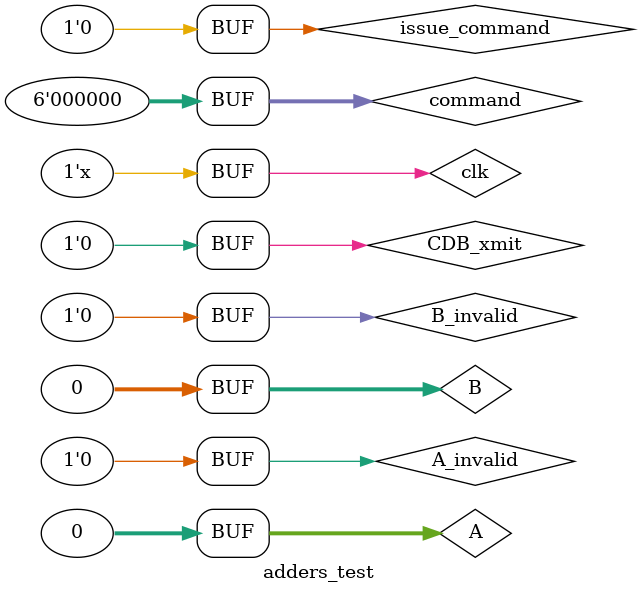
<source format=v>
module adders_test;
    
    parameter clock_period = 10;
    
    // operation codes used by alu
    parameter alu_add = 3'b000;
    parameter alu_sub = 3'b001;
    parameter alu_or  = 3'b100; 
    parameter alu_and = 3'b101;
    parameter alu_not = 3'b110;
    parameter alu_xor = 3'b111;
    
    // inputs
    reg clk;
    reg issue_command;
    reg [5:0] command;
    reg signed [31:0] A,B;
    reg A_invalid, B_invalid;
    reg CDB_xmit;
    // i/o used just as output
    wire signed [31:0] data_out;
    wire [5:0] data_from_rs_num;
    wire data_valid;
    // outputs
    wire CDB_rts;
    wire available;
    wire [5:0] issued_to_rs_num, RS_available;
    wire [5:0] RS_executing;
    wire error;
    
    
    initial 
    begin
        clk <= 0;
        issue_command <= 0;
        command <= 0;
        A<=0;
        B<=0;
        A_invalid<=0;
        B_invalid<=0;
        CDB_xmit<=0;
        
        #clock_period clk=~clk;
        #clock_period clk=~clk;
        
        issue_command <= 1;
        command <= alu_add;
        A<=5;
        B<=5;
        A_invalid<=0;
        B_invalid<=0;
        CDB_xmit<=0;
        
        #clock_period clk=~clk;
        #clock_period clk=~clk;
        
        issue_command <= 1;
        command <= alu_sub;
        A<=3;
        B<=13;
        A_invalid<=1;
        B_invalid<=0;
        CDB_xmit<=0;
        
        #clock_period clk=~clk;
        #clock_period clk=~clk;
        
        issue_command <= 1;
        command <= alu_and;
        A<=15;
        B<=60;
        A_invalid<=0;
        B_invalid<=0;
        CDB_xmit<=0;
        
        #clock_period clk=~clk;
        #clock_period clk=~clk;
        
        issue_command <= 1;
        command <= alu_add;
        A<=25;
        B<=35;
        A_invalid<=0;
        B_invalid<=0;
        CDB_xmit<=0;
        
        #clock_period clk=~clk;
        #clock_period clk=~clk;
        
        issue_command <= 0;
        command <= 0;
        A<=0;
        B<=0;
        A_invalid<=0;
        B_invalid<=0;
        CDB_xmit<=0;
        #clock_period clk=~clk;
        
        #clock_period clk=~clk;
        #clock_period clk=~clk;
        
        #clock_period clk=~clk;
        #clock_period clk=~clk;
        
        #clock_period clk=~clk;
        #clock_period clk=~clk;
        
        CDB_xmit<=1;
        
        #clock_period clk=~clk;
        #clock_period clk=~clk;
        
        CDB_xmit<=0;
        
        #clock_period clk=~clk;
        #clock_period clk=~clk;
        
        #clock_period clk=~clk;
        #clock_period clk=~clk;
        
        #clock_period clk=~clk;
        #clock_period clk=~clk;
        
        CDB_xmit<=1;
        
        #clock_period clk=~clk;
        #clock_period clk=~clk;
        
        CDB_xmit<=0;
        
        #clock_period clk=~clk;
        #clock_period clk=~clk;
        
        #clock_period clk=~clk;
        #clock_period clk=~clk;
        
        #clock_period clk=~clk;
        #clock_period clk=~clk;
        
        CDB_xmit<=1;
        
        #clock_period clk=~clk;
        #clock_period clk=~clk;
        
        CDB_xmit<=0;
        
        #clock_period clk=~clk;
        #clock_period clk=~clk;
        
    end
    
    adders my_adders(
   .clock(clk),
   .issue(issue_command),
   .A(A), 
   .B(B),
   .A_invalid(A_invalid),
   .B_invalid(B_invalid),
   .opcode(command),
   .CDB_xmit(CDB_xmit),
   .CDB_data(data_out),
   .CDB_source(data_from_rs_num),
   .CDB_write(data_valid),
   .CDB_rts(CDB_rts),
   .available(available),
   .RS_available(RS_available),
   .issued(issued_to_rs_num),
   .RS_executing(RS_executing),
   .error(error)
   );
endmodule

</source>
